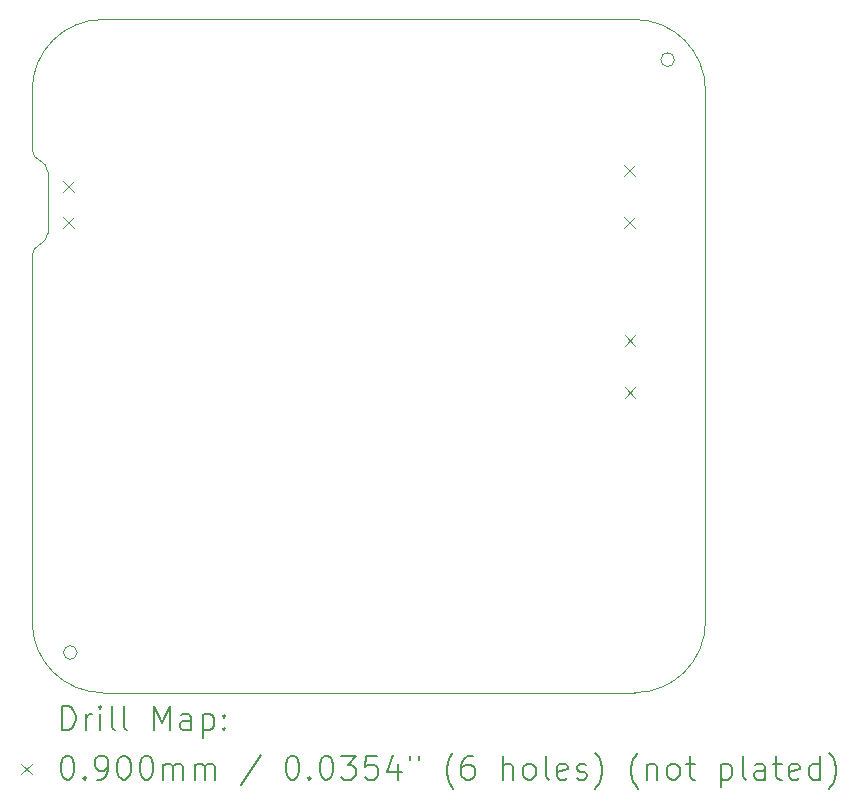
<source format=gbr>
%FSLAX45Y45*%
G04 Gerber Fmt 4.5, Leading zero omitted, Abs format (unit mm)*
G04 Created by KiCad (PCBNEW (6.0.1)) date 2022-07-12 15:17:18*
%MOMM*%
%LPD*%
G01*
G04 APERTURE LIST*
%TA.AperFunction,Profile*%
%ADD10C,0.100000*%
%TD*%
%ADD11C,0.200000*%
%ADD12C,0.090000*%
G04 APERTURE END LIST*
D10*
X7600000Y-13402000D02*
X12100000Y-13402000D01*
X7000000Y-8302000D02*
X7000000Y-8802000D01*
X7070614Y-9603381D02*
G75*
G03*
X7000000Y-9702000I40743J-103763D01*
G01*
X12700000Y-8302000D02*
G75*
G03*
X12100000Y-7702000I-600000J0D01*
G01*
X12700000Y-12802000D02*
X12700000Y-8302000D01*
X7130000Y-8992000D02*
G75*
G03*
X7065000Y-8897000I-99352J1759D01*
G01*
X12437600Y-8042400D02*
G75*
G03*
X12437600Y-8042400I-57600J0D01*
G01*
X7000000Y-9702000D02*
X7000000Y-12802000D01*
X7600000Y-7702000D02*
G75*
G03*
X7000000Y-8302000I0J-600000D01*
G01*
X12100000Y-7702000D02*
X7600000Y-7702000D01*
X7000000Y-12802000D02*
G75*
G03*
X7600000Y-13402000I600000J0D01*
G01*
X12100000Y-13402000D02*
G75*
G03*
X12700000Y-12802000I0J600000D01*
G01*
X7070614Y-9603381D02*
G75*
G03*
X7130000Y-9512000I-40614J91381D01*
G01*
X7380000Y-13062000D02*
G75*
G03*
X7380000Y-13062000I-57600J0D01*
G01*
X7000000Y-8802000D02*
G75*
G03*
X7065000Y-8897000I99352J-1759D01*
G01*
X7130000Y-9512000D02*
X7130000Y-8992000D01*
D11*
D12*
X7262000Y-9074000D02*
X7352000Y-9164000D01*
X7352000Y-9074000D02*
X7262000Y-9164000D01*
X7262000Y-9374000D02*
X7352000Y-9464000D01*
X7352000Y-9374000D02*
X7262000Y-9464000D01*
X12011500Y-8938000D02*
X12101500Y-9028000D01*
X12101500Y-8938000D02*
X12011500Y-9028000D01*
X12011500Y-9378000D02*
X12101500Y-9468000D01*
X12101500Y-9378000D02*
X12011500Y-9468000D01*
X12017500Y-10375000D02*
X12107500Y-10465000D01*
X12107500Y-10375000D02*
X12017500Y-10465000D01*
X12017500Y-10815000D02*
X12107500Y-10905000D01*
X12107500Y-10815000D02*
X12017500Y-10905000D01*
D11*
X7252603Y-13717476D02*
X7252603Y-13517476D01*
X7300222Y-13517476D01*
X7328794Y-13527000D01*
X7347841Y-13546048D01*
X7357365Y-13565095D01*
X7366889Y-13603190D01*
X7366889Y-13631762D01*
X7357365Y-13669857D01*
X7347841Y-13688905D01*
X7328794Y-13707952D01*
X7300222Y-13717476D01*
X7252603Y-13717476D01*
X7452603Y-13717476D02*
X7452603Y-13584143D01*
X7452603Y-13622238D02*
X7462127Y-13603190D01*
X7471651Y-13593667D01*
X7490699Y-13584143D01*
X7509746Y-13584143D01*
X7576413Y-13717476D02*
X7576413Y-13584143D01*
X7576413Y-13517476D02*
X7566889Y-13527000D01*
X7576413Y-13536524D01*
X7585937Y-13527000D01*
X7576413Y-13517476D01*
X7576413Y-13536524D01*
X7700222Y-13717476D02*
X7681175Y-13707952D01*
X7671651Y-13688905D01*
X7671651Y-13517476D01*
X7804984Y-13717476D02*
X7785937Y-13707952D01*
X7776413Y-13688905D01*
X7776413Y-13517476D01*
X8033556Y-13717476D02*
X8033556Y-13517476D01*
X8100222Y-13660333D01*
X8166889Y-13517476D01*
X8166889Y-13717476D01*
X8347841Y-13717476D02*
X8347841Y-13612714D01*
X8338318Y-13593667D01*
X8319270Y-13584143D01*
X8281175Y-13584143D01*
X8262127Y-13593667D01*
X8347841Y-13707952D02*
X8328794Y-13717476D01*
X8281175Y-13717476D01*
X8262127Y-13707952D01*
X8252603Y-13688905D01*
X8252603Y-13669857D01*
X8262127Y-13650809D01*
X8281175Y-13641286D01*
X8328794Y-13641286D01*
X8347841Y-13631762D01*
X8443080Y-13584143D02*
X8443080Y-13784143D01*
X8443080Y-13593667D02*
X8462127Y-13584143D01*
X8500222Y-13584143D01*
X8519270Y-13593667D01*
X8528794Y-13603190D01*
X8538318Y-13622238D01*
X8538318Y-13679381D01*
X8528794Y-13698428D01*
X8519270Y-13707952D01*
X8500222Y-13717476D01*
X8462127Y-13717476D01*
X8443080Y-13707952D01*
X8624032Y-13698428D02*
X8633556Y-13707952D01*
X8624032Y-13717476D01*
X8614508Y-13707952D01*
X8624032Y-13698428D01*
X8624032Y-13717476D01*
X8624032Y-13593667D02*
X8633556Y-13603190D01*
X8624032Y-13612714D01*
X8614508Y-13603190D01*
X8624032Y-13593667D01*
X8624032Y-13612714D01*
D12*
X6904984Y-14002000D02*
X6994984Y-14092000D01*
X6994984Y-14002000D02*
X6904984Y-14092000D01*
D11*
X7290699Y-13937476D02*
X7309746Y-13937476D01*
X7328794Y-13947000D01*
X7338318Y-13956524D01*
X7347841Y-13975571D01*
X7357365Y-14013667D01*
X7357365Y-14061286D01*
X7347841Y-14099381D01*
X7338318Y-14118428D01*
X7328794Y-14127952D01*
X7309746Y-14137476D01*
X7290699Y-14137476D01*
X7271651Y-14127952D01*
X7262127Y-14118428D01*
X7252603Y-14099381D01*
X7243080Y-14061286D01*
X7243080Y-14013667D01*
X7252603Y-13975571D01*
X7262127Y-13956524D01*
X7271651Y-13947000D01*
X7290699Y-13937476D01*
X7443080Y-14118428D02*
X7452603Y-14127952D01*
X7443080Y-14137476D01*
X7433556Y-14127952D01*
X7443080Y-14118428D01*
X7443080Y-14137476D01*
X7547841Y-14137476D02*
X7585937Y-14137476D01*
X7604984Y-14127952D01*
X7614508Y-14118428D01*
X7633556Y-14089857D01*
X7643080Y-14051762D01*
X7643080Y-13975571D01*
X7633556Y-13956524D01*
X7624032Y-13947000D01*
X7604984Y-13937476D01*
X7566889Y-13937476D01*
X7547841Y-13947000D01*
X7538318Y-13956524D01*
X7528794Y-13975571D01*
X7528794Y-14023190D01*
X7538318Y-14042238D01*
X7547841Y-14051762D01*
X7566889Y-14061286D01*
X7604984Y-14061286D01*
X7624032Y-14051762D01*
X7633556Y-14042238D01*
X7643080Y-14023190D01*
X7766889Y-13937476D02*
X7785937Y-13937476D01*
X7804984Y-13947000D01*
X7814508Y-13956524D01*
X7824032Y-13975571D01*
X7833556Y-14013667D01*
X7833556Y-14061286D01*
X7824032Y-14099381D01*
X7814508Y-14118428D01*
X7804984Y-14127952D01*
X7785937Y-14137476D01*
X7766889Y-14137476D01*
X7747841Y-14127952D01*
X7738318Y-14118428D01*
X7728794Y-14099381D01*
X7719270Y-14061286D01*
X7719270Y-14013667D01*
X7728794Y-13975571D01*
X7738318Y-13956524D01*
X7747841Y-13947000D01*
X7766889Y-13937476D01*
X7957365Y-13937476D02*
X7976413Y-13937476D01*
X7995460Y-13947000D01*
X8004984Y-13956524D01*
X8014508Y-13975571D01*
X8024032Y-14013667D01*
X8024032Y-14061286D01*
X8014508Y-14099381D01*
X8004984Y-14118428D01*
X7995460Y-14127952D01*
X7976413Y-14137476D01*
X7957365Y-14137476D01*
X7938318Y-14127952D01*
X7928794Y-14118428D01*
X7919270Y-14099381D01*
X7909746Y-14061286D01*
X7909746Y-14013667D01*
X7919270Y-13975571D01*
X7928794Y-13956524D01*
X7938318Y-13947000D01*
X7957365Y-13937476D01*
X8109746Y-14137476D02*
X8109746Y-14004143D01*
X8109746Y-14023190D02*
X8119270Y-14013667D01*
X8138318Y-14004143D01*
X8166889Y-14004143D01*
X8185937Y-14013667D01*
X8195460Y-14032714D01*
X8195460Y-14137476D01*
X8195460Y-14032714D02*
X8204984Y-14013667D01*
X8224032Y-14004143D01*
X8252603Y-14004143D01*
X8271651Y-14013667D01*
X8281175Y-14032714D01*
X8281175Y-14137476D01*
X8376413Y-14137476D02*
X8376413Y-14004143D01*
X8376413Y-14023190D02*
X8385937Y-14013667D01*
X8404984Y-14004143D01*
X8433556Y-14004143D01*
X8452603Y-14013667D01*
X8462127Y-14032714D01*
X8462127Y-14137476D01*
X8462127Y-14032714D02*
X8471651Y-14013667D01*
X8490699Y-14004143D01*
X8519270Y-14004143D01*
X8538318Y-14013667D01*
X8547842Y-14032714D01*
X8547842Y-14137476D01*
X8938318Y-13927952D02*
X8766889Y-14185095D01*
X9195461Y-13937476D02*
X9214508Y-13937476D01*
X9233556Y-13947000D01*
X9243080Y-13956524D01*
X9252603Y-13975571D01*
X9262127Y-14013667D01*
X9262127Y-14061286D01*
X9252603Y-14099381D01*
X9243080Y-14118428D01*
X9233556Y-14127952D01*
X9214508Y-14137476D01*
X9195461Y-14137476D01*
X9176413Y-14127952D01*
X9166889Y-14118428D01*
X9157365Y-14099381D01*
X9147842Y-14061286D01*
X9147842Y-14013667D01*
X9157365Y-13975571D01*
X9166889Y-13956524D01*
X9176413Y-13947000D01*
X9195461Y-13937476D01*
X9347842Y-14118428D02*
X9357365Y-14127952D01*
X9347842Y-14137476D01*
X9338318Y-14127952D01*
X9347842Y-14118428D01*
X9347842Y-14137476D01*
X9481175Y-13937476D02*
X9500222Y-13937476D01*
X9519270Y-13947000D01*
X9528794Y-13956524D01*
X9538318Y-13975571D01*
X9547842Y-14013667D01*
X9547842Y-14061286D01*
X9538318Y-14099381D01*
X9528794Y-14118428D01*
X9519270Y-14127952D01*
X9500222Y-14137476D01*
X9481175Y-14137476D01*
X9462127Y-14127952D01*
X9452603Y-14118428D01*
X9443080Y-14099381D01*
X9433556Y-14061286D01*
X9433556Y-14013667D01*
X9443080Y-13975571D01*
X9452603Y-13956524D01*
X9462127Y-13947000D01*
X9481175Y-13937476D01*
X9614508Y-13937476D02*
X9738318Y-13937476D01*
X9671651Y-14013667D01*
X9700222Y-14013667D01*
X9719270Y-14023190D01*
X9728794Y-14032714D01*
X9738318Y-14051762D01*
X9738318Y-14099381D01*
X9728794Y-14118428D01*
X9719270Y-14127952D01*
X9700222Y-14137476D01*
X9643080Y-14137476D01*
X9624032Y-14127952D01*
X9614508Y-14118428D01*
X9919270Y-13937476D02*
X9824032Y-13937476D01*
X9814508Y-14032714D01*
X9824032Y-14023190D01*
X9843080Y-14013667D01*
X9890699Y-14013667D01*
X9909746Y-14023190D01*
X9919270Y-14032714D01*
X9928794Y-14051762D01*
X9928794Y-14099381D01*
X9919270Y-14118428D01*
X9909746Y-14127952D01*
X9890699Y-14137476D01*
X9843080Y-14137476D01*
X9824032Y-14127952D01*
X9814508Y-14118428D01*
X10100222Y-14004143D02*
X10100222Y-14137476D01*
X10052603Y-13927952D02*
X10004984Y-14070809D01*
X10128794Y-14070809D01*
X10195461Y-13937476D02*
X10195461Y-13975571D01*
X10271651Y-13937476D02*
X10271651Y-13975571D01*
X10566889Y-14213667D02*
X10557365Y-14204143D01*
X10538318Y-14175571D01*
X10528794Y-14156524D01*
X10519270Y-14127952D01*
X10509746Y-14080333D01*
X10509746Y-14042238D01*
X10519270Y-13994619D01*
X10528794Y-13966048D01*
X10538318Y-13947000D01*
X10557365Y-13918428D01*
X10566889Y-13908905D01*
X10728794Y-13937476D02*
X10690699Y-13937476D01*
X10671651Y-13947000D01*
X10662127Y-13956524D01*
X10643080Y-13985095D01*
X10633556Y-14023190D01*
X10633556Y-14099381D01*
X10643080Y-14118428D01*
X10652603Y-14127952D01*
X10671651Y-14137476D01*
X10709746Y-14137476D01*
X10728794Y-14127952D01*
X10738318Y-14118428D01*
X10747842Y-14099381D01*
X10747842Y-14051762D01*
X10738318Y-14032714D01*
X10728794Y-14023190D01*
X10709746Y-14013667D01*
X10671651Y-14013667D01*
X10652603Y-14023190D01*
X10643080Y-14032714D01*
X10633556Y-14051762D01*
X10985937Y-14137476D02*
X10985937Y-13937476D01*
X11071651Y-14137476D02*
X11071651Y-14032714D01*
X11062127Y-14013667D01*
X11043080Y-14004143D01*
X11014508Y-14004143D01*
X10995461Y-14013667D01*
X10985937Y-14023190D01*
X11195460Y-14137476D02*
X11176413Y-14127952D01*
X11166889Y-14118428D01*
X11157365Y-14099381D01*
X11157365Y-14042238D01*
X11166889Y-14023190D01*
X11176413Y-14013667D01*
X11195460Y-14004143D01*
X11224032Y-14004143D01*
X11243080Y-14013667D01*
X11252603Y-14023190D01*
X11262127Y-14042238D01*
X11262127Y-14099381D01*
X11252603Y-14118428D01*
X11243080Y-14127952D01*
X11224032Y-14137476D01*
X11195460Y-14137476D01*
X11376413Y-14137476D02*
X11357365Y-14127952D01*
X11347841Y-14108905D01*
X11347841Y-13937476D01*
X11528794Y-14127952D02*
X11509746Y-14137476D01*
X11471651Y-14137476D01*
X11452603Y-14127952D01*
X11443080Y-14108905D01*
X11443080Y-14032714D01*
X11452603Y-14013667D01*
X11471651Y-14004143D01*
X11509746Y-14004143D01*
X11528794Y-14013667D01*
X11538318Y-14032714D01*
X11538318Y-14051762D01*
X11443080Y-14070809D01*
X11614508Y-14127952D02*
X11633556Y-14137476D01*
X11671651Y-14137476D01*
X11690699Y-14127952D01*
X11700222Y-14108905D01*
X11700222Y-14099381D01*
X11690699Y-14080333D01*
X11671651Y-14070809D01*
X11643080Y-14070809D01*
X11624032Y-14061286D01*
X11614508Y-14042238D01*
X11614508Y-14032714D01*
X11624032Y-14013667D01*
X11643080Y-14004143D01*
X11671651Y-14004143D01*
X11690699Y-14013667D01*
X11766889Y-14213667D02*
X11776413Y-14204143D01*
X11795460Y-14175571D01*
X11804984Y-14156524D01*
X11814508Y-14127952D01*
X11824032Y-14080333D01*
X11824032Y-14042238D01*
X11814508Y-13994619D01*
X11804984Y-13966048D01*
X11795460Y-13947000D01*
X11776413Y-13918428D01*
X11766889Y-13908905D01*
X12128794Y-14213667D02*
X12119270Y-14204143D01*
X12100222Y-14175571D01*
X12090699Y-14156524D01*
X12081175Y-14127952D01*
X12071651Y-14080333D01*
X12071651Y-14042238D01*
X12081175Y-13994619D01*
X12090699Y-13966048D01*
X12100222Y-13947000D01*
X12119270Y-13918428D01*
X12128794Y-13908905D01*
X12204984Y-14004143D02*
X12204984Y-14137476D01*
X12204984Y-14023190D02*
X12214508Y-14013667D01*
X12233556Y-14004143D01*
X12262127Y-14004143D01*
X12281175Y-14013667D01*
X12290699Y-14032714D01*
X12290699Y-14137476D01*
X12414508Y-14137476D02*
X12395460Y-14127952D01*
X12385937Y-14118428D01*
X12376413Y-14099381D01*
X12376413Y-14042238D01*
X12385937Y-14023190D01*
X12395460Y-14013667D01*
X12414508Y-14004143D01*
X12443080Y-14004143D01*
X12462127Y-14013667D01*
X12471651Y-14023190D01*
X12481175Y-14042238D01*
X12481175Y-14099381D01*
X12471651Y-14118428D01*
X12462127Y-14127952D01*
X12443080Y-14137476D01*
X12414508Y-14137476D01*
X12538318Y-14004143D02*
X12614508Y-14004143D01*
X12566889Y-13937476D02*
X12566889Y-14108905D01*
X12576413Y-14127952D01*
X12595460Y-14137476D01*
X12614508Y-14137476D01*
X12833556Y-14004143D02*
X12833556Y-14204143D01*
X12833556Y-14013667D02*
X12852603Y-14004143D01*
X12890699Y-14004143D01*
X12909746Y-14013667D01*
X12919270Y-14023190D01*
X12928794Y-14042238D01*
X12928794Y-14099381D01*
X12919270Y-14118428D01*
X12909746Y-14127952D01*
X12890699Y-14137476D01*
X12852603Y-14137476D01*
X12833556Y-14127952D01*
X13043080Y-14137476D02*
X13024032Y-14127952D01*
X13014508Y-14108905D01*
X13014508Y-13937476D01*
X13204984Y-14137476D02*
X13204984Y-14032714D01*
X13195460Y-14013667D01*
X13176413Y-14004143D01*
X13138318Y-14004143D01*
X13119270Y-14013667D01*
X13204984Y-14127952D02*
X13185937Y-14137476D01*
X13138318Y-14137476D01*
X13119270Y-14127952D01*
X13109746Y-14108905D01*
X13109746Y-14089857D01*
X13119270Y-14070809D01*
X13138318Y-14061286D01*
X13185937Y-14061286D01*
X13204984Y-14051762D01*
X13271651Y-14004143D02*
X13347841Y-14004143D01*
X13300222Y-13937476D02*
X13300222Y-14108905D01*
X13309746Y-14127952D01*
X13328794Y-14137476D01*
X13347841Y-14137476D01*
X13490699Y-14127952D02*
X13471651Y-14137476D01*
X13433556Y-14137476D01*
X13414508Y-14127952D01*
X13404984Y-14108905D01*
X13404984Y-14032714D01*
X13414508Y-14013667D01*
X13433556Y-14004143D01*
X13471651Y-14004143D01*
X13490699Y-14013667D01*
X13500222Y-14032714D01*
X13500222Y-14051762D01*
X13404984Y-14070809D01*
X13671651Y-14137476D02*
X13671651Y-13937476D01*
X13671651Y-14127952D02*
X13652603Y-14137476D01*
X13614508Y-14137476D01*
X13595460Y-14127952D01*
X13585937Y-14118428D01*
X13576413Y-14099381D01*
X13576413Y-14042238D01*
X13585937Y-14023190D01*
X13595460Y-14013667D01*
X13614508Y-14004143D01*
X13652603Y-14004143D01*
X13671651Y-14013667D01*
X13747841Y-14213667D02*
X13757365Y-14204143D01*
X13776413Y-14175571D01*
X13785937Y-14156524D01*
X13795460Y-14127952D01*
X13804984Y-14080333D01*
X13804984Y-14042238D01*
X13795460Y-13994619D01*
X13785937Y-13966048D01*
X13776413Y-13947000D01*
X13757365Y-13918428D01*
X13747841Y-13908905D01*
M02*

</source>
